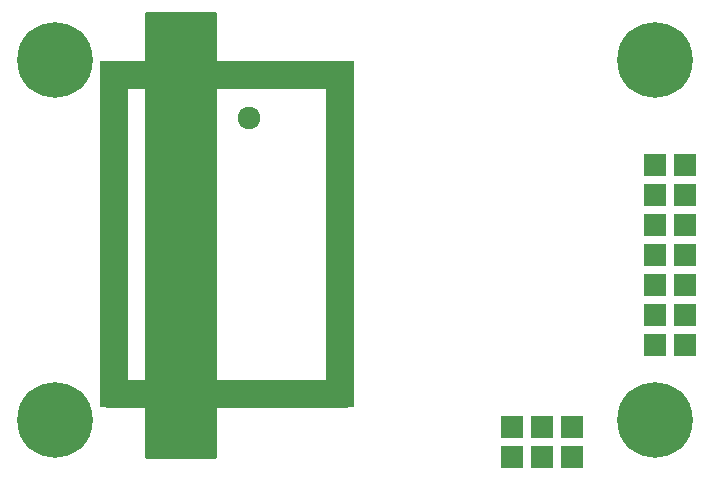
<source format=gbr>
G04 #@! TF.GenerationSoftware,KiCad,Pcbnew,(6.0.0-rc1-dev-205-gc0615c5ef)*
G04 #@! TF.CreationDate,2018-10-01T14:54:23+02:00*
G04 #@! TF.ProjectId,PCRD05A,504352443035412E6B696361645F7063,REV*
G04 #@! TF.SameCoordinates,Original*
G04 #@! TF.FileFunction,Soldermask,Top*
G04 #@! TF.FilePolarity,Negative*
%FSLAX46Y46*%
G04 Gerber Fmt 4.6, Leading zero omitted, Abs format (unit mm)*
G04 Created by KiCad (PCBNEW (6.0.0-rc1-dev-205-gc0615c5ef)) date 10/01/18 14:54:23*
%MOMM*%
%LPD*%
G01*
G04 APERTURE LIST*
%ADD10R,1.924000X1.924000*%
%ADD11C,6.400000*%
%ADD12R,20.500000X2.400000*%
%ADD13R,2.400000X29.400000*%
%ADD14C,2.100000*%
%ADD15C,1.924000*%
%ADD16C,0.254000*%
G04 APERTURE END LIST*
D10*
G04 #@! TO.C,J1*
X48895000Y4445000D03*
X48895000Y1905000D03*
X46355000Y4445000D03*
X46355000Y1905000D03*
X43815000Y4445000D03*
X43815000Y1905000D03*
G04 #@! TD*
G04 #@! TO.C,J2*
X55880000Y21590000D03*
X58420000Y21590000D03*
G04 #@! TD*
G04 #@! TO.C,J3*
X58420000Y19050000D03*
X55880000Y19050000D03*
G04 #@! TD*
G04 #@! TO.C,J4*
X55880000Y16510000D03*
X58420000Y16510000D03*
G04 #@! TD*
G04 #@! TO.C,J5*
X55880000Y26670000D03*
X58420000Y26670000D03*
G04 #@! TD*
G04 #@! TO.C,J6*
X58420000Y24130000D03*
X55880000Y24130000D03*
G04 #@! TD*
G04 #@! TO.C,J7*
X58420000Y11430000D03*
X55880000Y11430000D03*
G04 #@! TD*
D11*
G04 #@! TO.C,M1*
X5080000Y35560000D03*
G04 #@! TD*
G04 #@! TO.C,M2*
X55880000Y35560000D03*
G04 #@! TD*
G04 #@! TO.C,M3*
X55880000Y5080000D03*
G04 #@! TD*
G04 #@! TO.C,M4*
X5080000Y5080000D03*
G04 #@! TD*
D10*
G04 #@! TO.C,J11*
X55880000Y13970000D03*
X58420000Y13970000D03*
G04 #@! TD*
D12*
G04 #@! TO.C,M5*
X19685000Y34290000D03*
X19685000Y7290000D03*
D13*
X29235000Y20790000D03*
X10135000Y20790000D03*
G04 #@! TD*
D14*
G04 #@! TO.C,J8*
X16550000Y28100000D03*
X16550000Y30640000D03*
D15*
X21550000Y30640000D03*
G04 #@! TD*
D16*
G36*
X18669000Y1905000D02*
X12827000Y1905000D01*
X12827000Y39497000D01*
X18669000Y39497000D01*
X18669000Y1905000D01*
X18669000Y1905000D01*
G37*
X18669000Y1905000D02*
X12827000Y1905000D01*
X12827000Y39497000D01*
X18669000Y39497000D01*
X18669000Y1905000D01*
M02*

</source>
